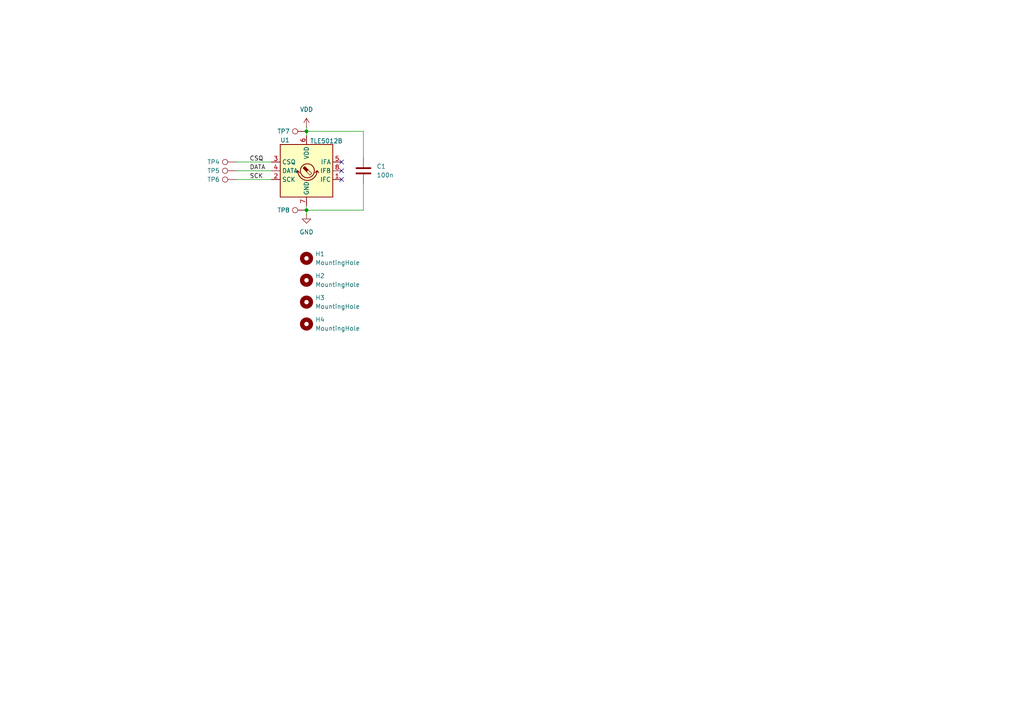
<source format=kicad_sch>
(kicad_sch (version 20250114) (generator "eeschema") (generator_version "9.0")
  (paper "A4")
  (lib_symbols
    (symbol "Connector:TestPoint" (pin_numbers (hide yes)) (pin_names (offset 0.762) (hide yes))
      (property "Reference" "TP" (at 0 6.858 0))
      (property "Value" "TestPoint" (at 0 5.08 0))
      (symbol "TestPoint_0_1"
        (circle (center 0 3.302) (radius 0.762))
      )
      (symbol "TestPoint_1_1"
        (pin passive line (at 0 0 90) (length 2.54) (name "1") (number "1"))
      )
    )
    (symbol "Device:C" (pin_numbers (hide yes)) (pin_names (offset 0.254))
      (property "Reference" "C" (at 0.635 2.54 0))
      (property "Value" "C" (at 0.635 -2.54 0))
      (symbol "C_0_1"
        (polyline (pts (xy -2.032 0.762) (xy 2.032 0.762)) (stroke (width 0.508)))
        (polyline (pts (xy -2.032 -0.762) (xy 2.032 -0.762)) (stroke (width 0.508)))
      )
      (symbol "C_1_1"
        (pin passive line (at 0 3.81 270) (length 2.794) (name "~") (number "1"))
        (pin passive line (at 0 -3.81 90) (length 2.794) (name "~") (number "2"))
      )
    )
    (symbol "Mechanical:MountingHole" (pin_names (offset 1.016)) (exclude_from_sim yes) (in_bom no)
      (property "Reference" "H" (at 0 5.08 0))
      (property "Value" "MountingHole" (at 0 3.175 0))
      (symbol "MountingHole_0_1"
        (circle (center 0 0) (radius 1.27) (stroke (width 1.27)))
      )
    )
    (symbol "Sensor_Magnetic:TLE5012B"
      (property "Reference" "U" (at 2.54 8.89 0))
      (property "Value" "TLE5012B" (at 2.54 11.43 0))
      (symbol "TLE5012B_0_1"
        (polyline (pts (xy -2.54 0) (xy -3.048 -0.508)) (stroke (width 0.254)))
        (polyline (pts (xy -2.54 0) (xy -2.032 -0.508)) (stroke (width 0.254)))
        (arc (start 3.048 0) (mid 0.254 -2.7819) (end -2.54 0) (stroke (width 0.254)))
        (polyline (pts (xy 3.048 0) (xy 2.54 -0.508)) (stroke (width 0.254)))
        (polyline (pts (xy 3.048 0) (xy 3.556 -0.508)) (stroke (width 0.254)))
      )
      (symbol "TLE5012B_1_1"
        (rectangle (start -7.62 7.62) (end 7.62 -7.62) (stroke (width 0.254)) (fill (type background)))
        (polyline (pts (xy -0.508 1.27) (xy 0.508 0.254) (xy 0 -0.254) (xy -1.016 0.762) (xy -0.762 1.016) (xy -0.508 1.27) (xy -0.381 1.143)) (fill (type outline)))
        (circle (center 0.254 0) (radius 2.032) (stroke (width 0.254)))
        (polyline (pts (xy 0.508 0.254) (xy 1.524 -0.762) (xy 1.016 -1.27) (xy 0 -0.254)))
        (pin input line (at -10.16 2.54 0) (length 2.54) (name "CSQ") (number "3"))
        (pin bidirectional line (at -10.16 0 0) (length 2.54) (name "DATA") (number "4"))
        (pin input line (at -10.16 -2.54 0) (length 2.54) (name "SCK") (number "2"))
        (pin power_in line (at 0 10.16 270) (length 2.54) (name "VDD") (number "6"))
        (pin power_in line (at 0 -10.16 90) (length 2.54) (name "GND") (number "7"))
        (pin bidirectional line (at 10.16 2.54 180) (length 2.54) (name "IFA") (number "5"))
        (pin output line (at 10.16 0 180) (length 2.54) (name "IFB") (number "8"))
        (pin bidirectional line (at 10.16 -2.54 180) (length 2.54) (name "IFC") (number "1"))
      )
    )
    (symbol "power:GND" (power) (pin_numbers (hide yes)) (pin_names (offset 0) (hide yes))
      (property "Value" "GND" (at 0 -3.81 0))
      (symbol "GND_0_1"
        (polyline (pts (xy 0 0) (xy 0 -1.27) (xy 1.27 -1.27) (xy 0 -2.54) (xy -1.27 -1.27) (xy 0 -1.27)))
      )
      (symbol "GND_1_1"
        (pin power_in line (at 0 0 270) (length 0) (name "~") (number "1"))
      )
    )
    (symbol "power:VDD" (power) (pin_numbers (hide yes)) (pin_names (offset 0) (hide yes))
      (property "Value" "VDD" (at 0 3.556 0))
      (symbol "VDD_0_1"
        (polyline (pts (xy -0.762 1.27) (xy 0 2.54)))
        (polyline (pts (xy 0 2.54) (xy 0.762 1.27)))
        (polyline (pts (xy 0 0) (xy 0 2.54)))
      )
      (symbol "VDD_1_1"
        (pin power_in line (at 0 0 90) (length 0) (name "~") (number "1"))
      )
    )
  )
  (junction (at 88.9 38.1))
  (junction (at 88.9 60.96))
  (no_connect (at 99.06 46.99))
  (no_connect (at 99.06 52.07))
  (no_connect (at 99.06 49.53))
  (wire (pts (xy 88.9 38.1) (xy 88.9 39.37)))
  (wire (pts (xy 88.9 60.96) (xy 88.9 59.69)))
  (wire (pts (xy 105.41 45.72) (xy 105.41 38.1)))
  (wire (pts (xy 68.58 52.07) (xy 78.74 52.07)))
  (wire (pts (xy 88.9 60.96) (xy 105.41 60.96)))
  (wire (pts (xy 88.9 62.23) (xy 88.9 60.96)))
  (wire (pts (xy 105.41 38.1) (xy 88.9 38.1)))
  (wire (pts (xy 68.58 46.99) (xy 78.74 46.99)))
  (wire (pts (xy 88.9 36.83) (xy 88.9 38.1)))
  (wire (pts (xy 105.41 53.34) (xy 105.41 60.96)))
  (wire (pts (xy 68.58 49.53) (xy 78.74 49.53)))
  (label "SCK" (at 72.39 52.07 0))
  (label "DATA" (at 72.39 49.53 0))
  (label "CSQ" (at 72.39 46.99 0))
  (symbol (lib_id "power:VDD") (at 88.9 36.83 0) (unit 1)
    (property "Reference" "#PWR03" (effects (hide yes)))
    (property "Value" "VDD" (at 88.9 31.75 0))
    (property "Description" "Power symbol creates a global label with name \"VDD\"" (effects (hide yes)))
  )
  (symbol (lib_id "Mechanical:MountingHole") (at 88.9 93.98 0) (unit 1) (exclude_from_sim yes) (in_bom no)
    (property "Reference" "H4" (at 91.44 92.7099 0) (effects (justify left)))
    (property "Value" "MountingHole" (at 91.44 95.2499 0) (effects (justify left)))
    (property "Footprint" "MountingHole:MountingHole_3.2mm_M3" (effects (hide yes)))
    (property "Description" "Mounting Hole without connection" (effects (hide yes)))
  )
  (symbol (lib_id "Connector:TestPoint") (at 68.58 52.07 90) (mirror x) (unit 1)
    (property "Reference" "TP6" (at 63.754 52.07 90) (effects (justify left)))
    (property "Value" "TestPoint" (effects (hide yes)))
    (property "Footprint" "TestPoint:TestPoint_Pad_1.0x1.0mm" (effects (hide yes)))
    (property "Description" "test point" (effects (hide yes)))
  )
  (symbol (lib_id "Mechanical:MountingHole") (at 88.9 87.63 0) (unit 1) (exclude_from_sim yes) (in_bom no)
    (property "Reference" "H3" (at 91.44 86.3599 0) (effects (justify left)))
    (property "Value" "MountingHole" (at 91.44 88.8999 0) (effects (justify left)))
    (property "Footprint" "MountingHole:MountingHole_3.2mm_M3" (effects (hide yes)))
    (property "Description" "Mounting Hole without connection" (effects (hide yes)))
  )
  (symbol (lib_id "Sensor_Magnetic:TLE5012B") (at 88.9 49.53 0) (unit 1)
    (property "Reference" "U1" (at 81.28 40.64 0) (effects (justify left)))
    (property "Value" "TLE5012B" (at 89.916 40.894 0) (effects (justify left)))
    (property "Footprint" "Package_SO:SOIC-8_3.9x4.9mm_P1.27mm" (effects (hide yes)))
    (property "Datasheet" "https://www.infineon.com/dgdl/Infineon-TLE5012B_Exxxx-DataSheet-v02_01-EN.pdf?fileId=db3a304334fac4c601350f31c43c433f" (effects (hide yes)))
    (property "Description" "15bit magnetic angle sensor based on GMR principle with diagnostic functions, SOIC-8" (effects (hide yes)))
  )
  (symbol (lib_id "Connector:TestPoint") (at 68.58 49.53 90) (mirror x) (unit 1)
    (property "Reference" "TP5" (at 63.754 49.53 90) (effects (justify left)))
    (property "Value" "TestPoint" (effects (hide yes)))
    (property "Footprint" "TestPoint:TestPoint_Pad_1.0x1.0mm" (effects (hide yes)))
    (property "Description" "test point" (effects (hide yes)))
  )
  (symbol (lib_id "Mechanical:MountingHole") (at 88.9 81.28 0) (unit 1) (exclude_from_sim yes) (in_bom no)
    (property "Reference" "H2" (at 91.44 80.0099 0) (effects (justify left)))
    (property "Value" "MountingHole" (at 91.44 82.5499 0) (effects (justify left)))
    (property "Footprint" "MountingHole:MountingHole_3.2mm_M3" (effects (hide yes)))
    (property "Description" "Mounting Hole without connection" (effects (hide yes)))
  )
  (symbol (lib_id "Device:C") (at 105.41 49.53 0) (unit 1)
    (property "Reference" "C1" (at 109.22 48.2599 0) (effects (justify left)))
    (property "Value" "100n" (at 109.22 50.7999 0) (effects (justify left)))
    (property "Footprint" "Nice_0603C" (effects (hide yes)))
    (property "Description" "Unpolarized capacitor" (effects (hide yes)))
  )
  (symbol (lib_id "Mechanical:MountingHole") (at 88.9 74.93 0) (unit 1) (exclude_from_sim yes) (in_bom no)
    (property "Reference" "H1" (at 91.44 73.6599 0) (effects (justify left)))
    (property "Value" "MountingHole" (at 91.44 76.1999 0) (effects (justify left)))
    (property "Footprint" "MountingHole:MountingHole_3.2mm_M3" (effects (hide yes)))
    (property "Description" "Mounting Hole without connection" (effects (hide yes)))
  )
  (symbol (lib_id "Connector:TestPoint") (at 88.9 38.1 90) (mirror x) (unit 1)
    (property "Reference" "TP7" (at 84.074 38.1 90) (effects (justify left)))
    (property "Value" "TestPoint" (effects (hide yes)))
    (property "Footprint" "TestPoint:TestPoint_Pad_1.0x1.0mm" (effects (hide yes)))
    (property "Description" "test point" (effects (hide yes)))
  )
  (symbol (lib_id "power:GND") (at 88.9 62.23 0) (unit 1)
    (property "Reference" "#PWR04" (effects (hide yes)))
    (property "Value" "GND" (at 88.9 67.31 0))
    (property "Description" "Power symbol creates a global label with name \"GND\" , ground" (effects (hide yes)))
  )
  (symbol (lib_id "Connector:TestPoint") (at 88.9 60.96 90) (mirror x) (unit 1)
    (property "Reference" "TP8" (at 84.074 60.96 90) (effects (justify left)))
    (property "Value" "TestPoint" (effects (hide yes)))
    (property "Footprint" "TestPoint:TestPoint_Pad_1.0x1.0mm" (effects (hide yes)))
    (property "Description" "test point" (effects (hide yes)))
  )
  (symbol (lib_id "Connector:TestPoint") (at 68.58 46.99 90) (mirror x) (unit 1)
    (property "Reference" "TP4" (at 63.754 46.99 90) (effects (justify left)))
    (property "Value" "TestPoint" (effects (hide yes)))
    (property "Footprint" "TestPoint:TestPoint_Pad_1.0x1.0mm" (effects (hide yes)))
    (property "Description" "test point" (effects (hide yes)))
  )
)
</source>
